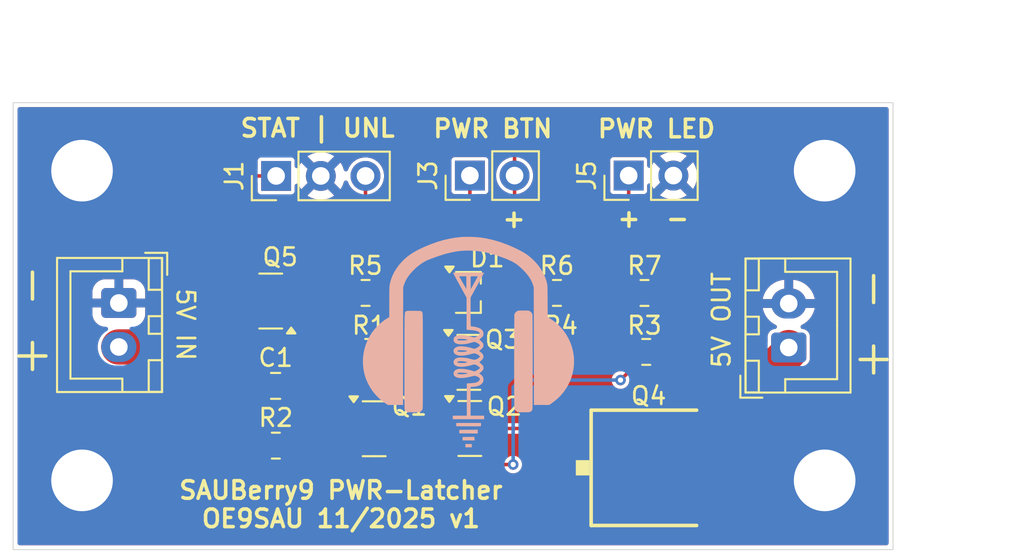
<source format=kicad_pcb>
(kicad_pcb (version 20241229) (generator "pcbnew") (generator_version "9.0")
  (layers (0 "F.Cu" signal) (2 "B.Cu" signal) (13 "F.Paste" user) (15 "B.Paste" user) (5 "F.SilkS" user "F.Silkscreen") (7 "B.SilkS" user "B.Silkscreen") (1 "F.Mask" user) (3 "B.Mask" user) (25 "Edge.Cuts" user))
  (net 0 "")
  (net 1 "Net-(Q1-G)")
  (net 2 "GND")
  (net 4 "STATUS")
  (net 5 "Net-(J2-Pin_1)")
  (net 6 "+5V")
  (net 7 "Net-(Q1-D)")
  (net 8 "Net-(Q2-D)")
  (net 9 "Net-(Q3-B)")
  (net 10 "Net-(Q5-B)")
  (net 11 "Net-(J3-Pin_1)")
  (net 12 "Net-(J5-Pin_1)")
  (net 13 "Net-(D1-K)")
  (net 14 "Net-(D1-A)")
  (footprint "Connector_PinHeader_2.54mm:PinHeader_1x02_P2.54mm_Vertical" (layer "F.Cu") (at 162.44 77.78 90)
    (property "Reference" "J3" (at 0 -2.38 90) (layer "F.SilkS"))
    (property "Value" "Conn_01x02_Pin" (hide yes))
    (pad "1" thru_hole rect (at 0 0 90) (size 1.7 1.7) (drill 1) (layers "*.Cu" "*.Mask") (net 11 "Net-(J3-Pin_1)"))
    (pad "2" thru_hole circle (at 0 2.54 90) (size 1.7 1.7) (drill 1) (layers "*.Cu" "*.Mask") (net 6 "+5V"))
  )
  (footprint "MountingHole:MountingHole_3.5mm_Pad" (layer "F.Cu") (at 140.4 77.5)
    (property "Reference" "H1" (hide yes))
    (property "Value" "MountingHole_Pad" (hide yes))
    (pad "1" thru_hole circle (at 0 0) (size 7 7) (drill 3.5) (layers "*.Cu" "*.Mask") (net 2 "GND"))
  )
  (footprint "Resistor_SMD:R_0805_2012Metric" (layer "F.Cu") (at 172.4619 87.8)
    (property "Reference" "R3" (at -0.0994 -1.5 0) (layer "F.SilkS"))
    (property "Value" "10K")
    (pad "1" smd roundrect (at -0.9125 0) (size 1.025 1.4) (layers "F.Cu" "F.Mask" "F.Paste") (roundrect_rratio 0.243902) (net 7 "Net-(Q1-D)"))
    (pad "2" smd roundrect (at 0.9125 0) (size 1.025 1.4) (layers "F.Cu" "F.Mask" "F.Paste") (roundrect_rratio 0.243902) (net 5 "Net-(J2-Pin_1)"))
  )
  (footprint "Resistor_SMD:R_0805_2012Metric" (layer "F.Cu") (at 156.5125 84.448)
    (property "Reference" "R5" (at -0.0145 -1.548 0) (layer "F.SilkS"))
    (property "Value" "10K")
    (pad "1" smd roundrect (at -0.9125 0) (size 1.025 1.4) (layers "F.Cu" "F.Mask" "F.Paste") (roundrect_rratio 0.243902) (net 10 "Net-(Q5-B)"))
    (pad "2" smd roundrect (at 0.9125 0) (size 1.025 1.4) (layers "F.Cu" "F.Mask" "F.Paste") (roundrect_rratio 0.243902) (net 11 "Net-(J3-Pin_1)"))
  )
  (footprint "Resistor_SMD:R_0805_2012Metric" (layer "F.Cu") (at 172.3625 84.45)
    (property "Reference" "R7" (at 0 -1.55 0) (layer "F.SilkS"))
    (property "Value" "0R")
    (pad "1" smd roundrect (at -0.9125 0) (size 1.025 1.4) (layers "F.Cu" "F.Mask" "F.Paste") (roundrect_rratio 0.243902) (net 12 "Net-(J5-Pin_1)"))
    (pad "2" smd roundrect (at 0.9125 0) (size 1.025 1.4) (layers "F.Cu" "F.Mask" "F.Paste") (roundrect_rratio 0.243902) (net 5 "Net-(J2-Pin_1)"))
  )
  (footprint "Connector_JST:JST_XH_B2B-XH-A_1x02_P2.50mm_Vertical" (layer "F.Cu") (at 142.49 85.02 -90)
    (property "Reference" "J4" (hide yes))
    (property "Value" "5V OUT")
    (pad "1" thru_hole roundrect (at 0 0 270) (size 1.7 2) (drill 1) (layers "*.Cu" "*.Mask") (roundrect_rratio 0.147059) (net 2 "GND"))
    (pad "2" thru_hole oval (at 2.5 0 270) (size 1.7 2) (drill 1) (layers "*.Cu" "*.Mask") (net 6 "+5V"))
  )
  (footprint "Resistor_SMD:R_0805_2012Metric" (layer "F.Cu") (at 167.3875 84.448)
    (property "Reference" "R6" (at 0 -1.548 0) (layer "F.SilkS"))
    (property "Value" "10K")
    (pad "1" smd roundrect (at -0.9125 0) (size 1.025 1.4) (layers "F.Cu" "F.Mask" "F.Paste") (roundrect_rratio 0.243902) (net 11 "Net-(J3-Pin_1)"))
    (pad "2" smd roundrect (at 0.9125 0) (size 1.025 1.4) (layers "F.Cu" "F.Mask" "F.Paste") (roundrect_rratio 0.243902) (net 9 "Net-(Q3-B)"))
  )
  (footprint "MountingHole:MountingHole_3.5mm_Pad" (layer "F.Cu") (at 182.6 77.5)
    (property "Reference" "H3" (hide yes))
    (property "Value" "MountingHole_Pad" (hide yes))
    (pad "1" thru_hole circle (at 0 0) (size 7 7) (drill 3.5) (layers "*.Cu" "*.Mask") (net 2 "GND"))
  )
  (footprint "Resistor_SMD:R_0805_2012Metric" (layer "F.Cu") (at 167.6397 87.8)
    (property "Reference" "R4" (at -0.0397 -1.5 0) (layer "F.SilkS"))
    (property "Value" "10K")
    (pad "1" smd roundrect (at -0.9125 0) (size 1.025 1.4) (layers "F.Cu" "F.Mask" "F.Paste") (roundrect_rratio 0.243902) (net 8 "Net-(Q2-D)"))
    (pad "2" smd roundrect (at 0.9125 0) (size 1.025 1.4) (layers "F.Cu" "F.Mask" "F.Paste") (roundrect_rratio 0.243902) (net 6 "+5V"))
  )
  (footprint "Package_TO_SOT_SMD:SOT-23" (layer "F.Cu") (at 156.9997 92.1664)
    (property "Reference" "Q1" (at 2.0003 -1.2664 0) (layer "F.SilkS"))
    (property "Value" "2N7002")
    (pad "1" smd roundrect (at -0.9375 -0.95) (size 1.475 0.6) (layers "F.Cu" "F.Mask" "F.Paste") (net 1 "Net-(Q1-G)"))
    (pad "2" smd roundrect (at -0.9375 0.95) (size 1.475 0.6) (layers "F.Cu" "F.Mask" "F.Paste") (net 2 "GND"))
    (pad "3" smd roundrect (at 0.9375 0) (size 1.475 0.6) (layers "F.Cu" "F.Mask" "F.Paste") (net 7 "Net-(Q1-D)"))
  )
  (footprint "AOD403:TO252" (layer "F.Cu") (at 171.49 94.3864 -90)
    (property "Reference" "Q4" (at -4.0864 -1.11 180) (layer "F.SilkS"))
    (property "Value" "AOD403")
    (pad "1" smd rect (at -2.28 4.8 270) (size 1 1.6) (layers "F.Cu" "F.Mask" "F.Paste") (net 8 "Net-(Q2-D)"))
    (pad "2" smd rect (at 0 -2.5 270) (size 5.4 6.2) (layers "F.Cu" "F.Mask" "F.Paste") (net 5 "Net-(J2-Pin_1)"))
    (pad "3" smd rect (at 2.28 4.8 270) (size 1 1.6) (layers "F.Cu" "F.Mask" "F.Paste") (net 6 "+5V"))
  )
  (footprint "MountingHole:MountingHole_3.5mm_Pad" (layer "F.Cu") (at 140.4 95.1)
    (property "Reference" "H2" (hide yes))
    (property "Value" "MountingHole_Pad" (hide yes))
    (pad "1" thru_hole circle (at 0 0) (size 7 7) (drill 3.5) (layers "*.Cu" "*.Mask") (net 2 "GND"))
  )
  (footprint "Package_TO_SOT_SMD:SOT-323_SC-70" (layer "F.Cu") (at 162.33 84.42)
    (property "Reference" "D1" (at 1.1 -1.948 0) (layer "F.SilkS"))
    (property "Value" "BAT54W")
    (pad "1" smd roundrect (at -1 -0.65 270) (size 0.45 0.7) (layers "F.Cu" "F.Mask" "F.Paste") (net 14 "Net-(D1-A)"))
    (pad "2" smd roundrect (at -1 0.65 270) (size 0.45 0.7) (layers "F.Cu" "F.Mask" "F.Paste"))
    (pad "3" smd roundrect (at 1 0 270) (size 0.45 0.7) (layers "F.Cu" "F.Mask" "F.Paste") (net 13 "Net-(D1-K)"))
  )
  (footprint "Capacitor_SMD:C_0805_2012Metric" (layer "F.Cu") (at 151.4 89.73 180)
    (property "Reference" "C1" (at 0 1.6 0) (layer "F.SilkS"))
    (property "Value" "22uF")
    (pad "1" smd roundrect (at -0.95 0 180) (size 1 1.45) (layers "F.Cu" "F.Mask" "F.Paste") (net 1 "Net-(Q1-G)"))
    (pad "2" smd roundrect (at 0.95 0 180) (size 1 1.45) (layers "F.Cu" "F.Mask" "F.Paste") (net 2 "GND"))
  )
  (footprint "Package_TO_SOT_SMD:SOT-23" (layer "F.Cu") (at 162.3815 88.3944)
    (property "Reference" "Q3" (at 1.9185 -1.2944 0) (layer "F.SilkS"))
    (property "Value" "MMBT3904")
    (pad "1" smd roundrect (at -0.9375 -0.95) (size 1.475 0.6) (layers "F.Cu" "F.Mask" "F.Paste") (net 9 "Net-(Q3-B)"))
    (pad "2" smd roundrect (at -0.9375 0.95) (size 1.475 0.6) (layers "F.Cu" "F.Mask" "F.Paste") (net 2 "GND"))
    (pad "3" smd roundrect (at 0.9375 0) (size 1.475 0.6) (layers "F.Cu" "F.Mask" "F.Paste") (net 8 "Net-(Q2-D)"))
  )
  (footprint "Connector_JST:JST_XH_B2B-XH-A_1x02_P2.50mm_Vertical" (layer "F.Cu") (at 180.56 87.55 90)
    (property "Reference" "J2" (hide yes))
    (property "Value" "5V OUT")
    (pad "1" thru_hole roundrect (at 0 0 90) (size 1.7 2) (drill 1) (layers "*.Cu" "*.Mask") (roundrect_rratio 0.147059) (net 5 "Net-(J2-Pin_1)"))
    (pad "2" thru_hole oval (at 2.5 0 90) (size 1.7 2) (drill 1) (layers "*.Cu" "*.Mask") (net 2 "GND"))
  )
  (footprint "Package_TO_SOT_SMD:SOT-23" (layer "F.Cu") (at 162.4353 92.1512)
    (property "Reference" "Q2" (at 1.9647 -1.2512 0) (layer "F.SilkS"))
    (property "Value" "2N7002" (hide yes))
    (pad "1" smd roundrect (at -0.9375 -0.95) (size 1.475 0.6) (layers "F.Cu" "F.Mask" "F.Paste") (net 7 "Net-(Q1-D)"))
    (pad "2" smd roundrect (at -0.9375 0.95) (size 1.475 0.6) (layers "F.Cu" "F.Mask" "F.Paste") (net 2 "GND"))
    (pad "3" smd roundrect (at 0.9375 0) (size 1.475 0.6) (layers "F.Cu" "F.Mask" "F.Paste") (net 8 "Net-(Q2-D)"))
  )
  (footprint "Connector_PinHeader_2.54mm:PinHeader_1x03_P2.54mm_Vertical" (layer "F.Cu") (at 151.4292 77.8 90)
    (property "Reference" "J1" (at 0 -2.38 90) (layer "F.SilkS"))
    (property "Value" "I/O")
    (pad "1" thru_hole rect (at 0 0 90) (size 1.7 1.7) (drill 1) (layers "*.Cu" "*.Mask") (net 4 "STATUS"))
    (pad "2" thru_hole circle (at 0 2.54 90) (size 1.7 1.7) (drill 1) (layers "*.Cu" "*.Mask") (net 2 "GND"))
    (pad "3" thru_hole circle (at 0 5.08 90) (size 1.7 1.7) (drill 1) (layers "*.Cu" "*.Mask") (net 14 "Net-(D1-A)"))
  )
  (footprint "MountingHole:MountingHole_3.5mm_Pad" (layer "F.Cu") (at 182.6 95.1)
    (property "Reference" "H4" (hide yes))
    (property "Value" "MountingHole_Pad" (hide yes))
    (pad "1" thru_hole circle (at 0 0) (size 7 7) (drill 3.5) (layers "*.Cu" "*.Mask") (net 2 "GND"))
  )
  (footprint "Connector_PinHeader_2.54mm:PinHeader_1x02_P2.54mm_Vertical" (layer "F.Cu") (at 171.465 77.78 90)
    (property "Reference" "J5" (at 0 -2.38 90) (layer "F.SilkS"))
    (property "Value" "PWR LED" (hide yes))
    (pad "1" thru_hole rect (at 0 0 90) (size 1.7 1.7) (drill 1) (layers "*.Cu" "*.Mask") (net 12 "Net-(J5-Pin_1)"))
    (pad "2" thru_hole circle (at 0 2.54 90) (size 1.7 1.7) (drill 1) (layers "*.Cu" "*.Mask") (net 2 "GND"))
  )
  (footprint "Package_TO_SOT_SMD:SOT-23" (layer "F.Cu") (at 151.1225 84.91 180)
    (property "Reference" "Q5" (at -0.5375 2.5 0) (layer "F.SilkS"))
    (property "Value" "MMBT3904" (hide yes))
    (pad "1" smd roundrect (at -0.9375 -0.95 180) (size 1.475 0.6) (layers "F.Cu" "F.Mask" "F.Paste") (net 10 "Net-(Q5-B)"))
    (pad "2" smd roundrect (at -0.9375 0.95 180) (size 1.475 0.6) (layers "F.Cu" "F.Mask" "F.Paste") (net 2 "GND"))
    (pad "3" smd roundrect (at 0.9375 0 180) (size 1.475 0.6) (layers "F.Cu" "F.Mask" "F.Paste") (net 4 "STATUS"))
  )
  (footprint "Resistor_SMD:R_0805_2012Metric" (layer "F.Cu") (at 151.4124 93.126)
    (property "Reference" "R2" (at 0 -1.586 0) (layer "F.SilkS"))
    (property "Value" "100K")
    (pad "1" smd roundrect (at -0.9125 0) (size 1.025 1.4) (layers "F.Cu" "F.Mask" "F.Paste") (roundrect_rratio 0.243902) (net 2 "GND"))
    (pad "2" smd roundrect (at 0.9125 0) (size 1.025 1.4) (layers "F.Cu" "F.Mask" "F.Paste") (roundrect_rratio 0.243902) (net 1 "Net-(Q1-G)"))
  )
  (footprint "Resistor_SMD:R_0805_2012Metric" (layer "F.Cu") (at 156.7215 87.8)
    (property "Reference" "R1" (at 0 -1.5 0) (layer "F.SilkS"))
    (property "Value" "220R")
    (pad "1" smd roundrect (at -0.9125 0) (size 1.025 1.4) (layers "F.Cu" "F.Mask" "F.Paste") (roundrect_rratio 0.243902) (net 1 "Net-(Q1-G)"))
    (pad "2" smd roundrect (at 0.9125 0) (size 1.025 1.4) (layers "F.Cu" "F.Mask" "F.Paste") (roundrect_rratio 0.243902) (net 13 "Net-(D1-K)"))
  )
  (footprint "LOGO" (layer "B.Cu") (at 162.36 87.24 180)
    (property "Reference" "g1" (hide yes))
    (property "Value" "LOGO" (hide yes))
  )
  (gr_rect (start 136.4868 73.6372) (end 186.4868 99.0372) (stroke (width 0.05)) (fill no) (layer "Edge.Cuts"))
  (gr_text "PWR LED" (at 169.6054 75.7072 0) (layer "F.SilkS") (effects (font (size 1 1) (thickness 0.2) (bold yes)) (justify left bottom)))
  (gr_text "STAT | UNL" (at 149.3 75.6664 0) (layer "F.SilkS") (effects (font (size 1 1) (thickness 0.2) (bold yes)) (justify left bottom)))
  (gr_text "5V IN" (at 145.7 84.1 270) (layer "F.SilkS") (effects (font (size 1 1)) (justify left bottom)))
  (gr_text "PWR BTN\n" (at 160.2556 75.6972 0) (layer "F.SilkS") (effects (font (size 1 1) (thickness 0.2) (bold yes)) (justify left bottom)))
  (gr_text "+ -" (at 138.6 89.4 90) (layer "F.SilkS") (effects (font (size 2 2) (thickness 0.2) (bold yes)) (justify left bottom)))
  (gr_text "SAUBerry9 PWR-Latcher\nOE9SAU 11/2025 v1" (at 155.11 97.86 0) (layer "F.SilkS") (effects (font (size 1 1) (thickness 0.2) (bold yes)) (justify bottom)))
  (gr_text "+ -" (at 186.4 89.6 90) (layer "F.SilkS") (effects (font (size 2 2) (thickness 0.2) (bold yes)) (justify left bottom)))
  (gr_text "+  -" (at 170.73 80.79 0) (layer "F.SilkS") (effects (font (size 1 1) (thickness 0.2) (bold yes)) (justify left bottom)))
  (gr_text "5V OUT" (at 177.32 88.8 90) (layer "F.SilkS") (effects (font (size 1 1)) (justify left bottom)))
  (gr_text "+" (at 165.7 79.78 180) (layer "F.SilkS") (effects (font (size 1 1) (thickness 0.2) (bold yes)) (justify left bottom)))
  (segment (start 156.0622 91.2164) (end 154.5236 91.2164) (width 0.2) (layer "F.Cu") (net 1))
  (segment (start 152.35 93.1009) (end 152.3249 93.126) (width 0.2) (layer "F.Cu") (net 1))
  (segment (start 154.5236 91.2164) (end 154.21 91.53) (width 0.2) (layer "F.Cu") (net 1))
  (segment (start 155.809 90.9632) (end 155.809 87.8) (width 0.2) (layer "F.Cu") (net 1))
  (segment (start 156.0622 91.2164) (end 155.809 90.9632) (width 0.2) (layer "F.Cu") (net 1))
  (segment (start 152.35 89.73) (end 152.35 93.1009) (width 0.2) (layer "F.Cu") (net 1))
  (segment (start 154.21 92.77) (end 153.854 93.126) (width 0.2) (layer "F.Cu") (net 1))
  (segment (start 152.43 93.0209) (end 152.3249 93.126) (width 0.2) (layer "F.Cu") (net 1))
  (segment (start 154.21 91.53) (end 154.21 92.77) (width 0.2) (layer "F.Cu") (net 1))
  (segment (start 153.854 93.126) (end 152.3249 93.126) (width 0.2) (layer "F.Cu") (net 1))
  (segment (start 149.01 84.91) (end 150.185 84.91) (width 0.2) (layer "F.Cu") (net 4))
  (segment (start 148.97 77.8) (end 148.67 78.1) (width 0.2) (layer "F.Cu") (net 4))
  (segment (start 151.4292 77.8) (end 148.97 77.8) (width 0.2) (layer "F.Cu") (net 4))
  (segment (start 148.67 84.57) (end 149.01 84.91) (width 0.2) (layer "F.Cu") (net 4))
  (segment (start 148.67 78.1) (end 148.67 84.57) (width 0.2) (layer "F.Cu") (net 4))
  (segment (start 173.3744 87.8) (end 173.3744 84.5494) (width 0.2) (layer "F.Cu") (net 5))
  (segment (start 173.3744 84.5494) (end 173.275 84.45) (width 0.2) (layer "F.Cu") (net 5))
  (segment (start 180.56 87.8164) (end 173.99 94.3864) (width 2) (layer "F.Cu") (net 5))
  (segment (start 173.3744 87.8) (end 173.3744 93.7708) (width 0.2) (layer "F.Cu") (net 5))
  (segment (start 173.3744 93.7708) (end 173.9518 94.3482) (width 0.2) (layer "F.Cu") (net 5))
  (segment (start 180.56 87.55) (end 180.56 87.8164) (width 2) (layer "F.Cu") (net 5))
  (segment (start 173.9518 94.3482) (end 173.99 94.3864) (width 0.2) (layer "F.Cu") (net 5))
  (segment (start 148.3664 96.6664) (end 166.69 96.6664) (width 2) (layer "F.Cu") (net 6))
  (segment (start 169.56 87.8) (end 168.5522 87.8) (width 0.2) (layer "F.Cu") (net 6))
  (segment (start 147.4 95.7) (end 148.3664 96.6664) (width 2) (layer "F.Cu") (net 6))
  (segment (start 146.15 75.72) (end 146.15 86.99) (width 0.2) (layer "F.Cu") (net 6))
  (segment (start 164.98 75.71) (end 164.76 75.49) (width 0.2) (layer "F.Cu") (net 6))
  (segment (start 145.62 87.52) (end 147.4 89.3) (width 2) (layer "F.Cu") (net 6))
  (segment (start 142.49 87.52) (end 145.38 87.52) (width 2) (layer "F.Cu") (net 6))
  (segment (start 146.38 75.49) (end 146.15 75.72) (width 0.2) (layer "F.Cu") (net 6))
  (segment (start 146.15 86.99) (end 145.62 87.52) (width 0.2) (layer "F.Cu") (net 6))
  (segment (start 169.8 87.56) (end 169.56 87.8) (width 0.2) (layer "F.Cu") (net 6))
  (segment (start 164.98 77.78) (end 164.98 82.63) (width 0.2) (layer "F.Cu") (net 6))
  (segment (start 165.15 82.8) (end 169.48 82.8) (width 0.2) (layer "F.Cu") (net 6))
  (segment (start 169.48 82.8) (end 169.8 83.12) (width 0.2) (layer "F.Cu") (net 6))
  (segment (start 164.98 77.78) (end 164.98 75.71) (width 0.2) (layer "F.Cu") (net 6))
  (segment (start 169.8 83.12) (end 169.8 87.56) (width 0.2) (layer "F.Cu") (net 6))
  (segment (start 164.76 75.49) (end 146.38 75.49) (width 0.2) (layer "F.Cu") (net 6))
  (segment (start 147.4 89.3) (end 147.4 95.7) (width 2) (layer "F.Cu") (net 6))
  (segment (start 142.49 87.52) (end 145.62 87.52) (width 2) (layer "F.Cu") (net 6))
  (segment (start 164.98 82.63) (end 165.15 82.8) (width 0.2) (layer "F.Cu") (net 6))
  (segment (start 160.1 92.5) (end 160.1 93.9) (width 0.2) (layer "F.Cu") (net 7))
  (segment (start 158.9024 91.2012) (end 157.9372 92.1664) (width 0.2) (layer "F.Cu") (net 7))
  (segment (start 161.2 92.2) (end 160.4 92.2) (width 0.2) (layer "F.Cu") (net 7))
  (segment (start 161.4978 91.2012) (end 161.4978 91.9022) (width 0.2) (layer "F.Cu") (net 7))
  (segment (start 161.4978 91.9022) (end 161.2 92.2) (width 0.2) (layer "F.Cu") (net 7))
  (segment (start 161.4978 91.2012) (end 158.9024 91.2012) (width 0.2) (layer "F.Cu") (net 7))
  (segment (start 160.4 92.2) (end 160.1 92.5) (width 0.2) (layer "F.Cu") (net 7))
  (segment (start 160.4 94.2) (end 164.9 94.2) (width 0.2) (layer "F.Cu") (net 7))
  (segment (start 171.5494 88.8506) (end 171 89.4) (width 0.2) (layer "F.Cu") (net 7))
  (segment (start 171.5494 87.8) (end 171.5494 88.8506) (width 0.2) (layer "F.Cu") (net 7))
  (segment (start 160.1 93.9) (end 160.4 94.2) (width 0.2) (layer "F.Cu") (net 7))
  (via (at 164.9 94.2) (size 0.6) (drill 0.3) (layers "F.Cu" "B.Cu") (net 7))
  (via (at 171 89.4) (size 0.6) (drill 0.3) (layers "F.Cu" "B.Cu") (net 7))
  (segment (start 164.9 94.2) (end 164.9 89.8) (width 0.2) (layer "B.Cu") (net 7))
  (segment (start 164.9 89.8) (end 165.1 89.6) (width 0.2) (layer "B.Cu") (net 7))
  (segment (start 165.3 89.4) (end 171 89.4) (width 0.2) (layer "B.Cu") (net 7))
  (segment (start 165.1 89.6) (end 165.3 89.4) (width 0.2) (layer "B.Cu") (net 7))
  (segment (start 163.319 88.3944) (end 163.319 92.0974) (width 0.2) (layer "F.Cu") (net 8))
  (segment (start 164.9056 88.3944) (end 165.5 87.8) (width 0.2) (layer "F.Cu") (net 8))
  (segment (start 166.69 92.1064) (end 166.6452 92.1512) (width 0.2) (layer "F.Cu") (net 8))
  (segment (start 163.319 88.3944) (end 164.9056 88.3944) (width 0.2) (layer "F.Cu") (net 8))
  (segment (start 163.319 92.0974) (end 163.3728 92.1512) (width 0.2) (layer "F.Cu") (net 8))
  (segment (start 166.6452 92.1512) (end 163.3728 92.1512) (width 0.2) (layer "F.Cu") (net 8))
  (segment (start 165.5 87.8) (end 166.7272 87.8) (width 0.2) (layer "F.Cu") (net 8))
  (segment (start 161.444 87.4444) (end 162.8556 87.4444) (width 0.2) (layer "F.Cu") (net 9))
  (segment (start 162.8556 87.4444) (end 164.11 86.19) (width 0.2) (layer "F.Cu") (net 9))
  (segment (start 167.91 86.19) (end 168.3 85.8) (width 0.2) (layer "F.Cu") (net 9))
  (segment (start 168.3 85.8) (end 168.3 84.448) (width 0.2) (layer "F.Cu") (net 9))
  (segment (start 164.11 86.19) (end 167.91 86.19) (width 0.2) (layer "F.Cu") (net 9))
  (segment (start 154.282 84.448) (end 155.6 84.448) (width 0.2) (layer "F.Cu") (net 10))
  (segment (start 153.79 85.86) (end 154.05 85.6) (width 0.2) (layer "F.Cu") (net 10))
  (segment (start 154.05 85.6) (end 154.05 84.68) (width 0.2) (layer "F.Cu") (net 10))
  (segment (start 155.598 84.45) (end 155.6 84.448) (width 0.2) (layer "F.Cu") (net 10))
  (segment (start 152.06 85.86) (end 153.79 85.86) (width 0.2) (layer "F.Cu") (net 10))
  (segment (start 154.05 84.68) (end 154.282 84.448) (width 0.2) (layer "F.Cu") (net 10))
  (segment (start 165.597 83.57) (end 166.475 84.448) (width 0.2) (layer "F.Cu") (net 11))
  (segment (start 162.46 83.57) (end 165.597 83.57) (width 0.2) (layer "F.Cu") (net 11))
  (segment (start 162.46 83.57) (end 162.46 84.03) (width 0.2) (layer "F.Cu") (net 11))
  (segment (start 162.44 83.55) (end 162.44 77.78) (width 0.2) (layer "F.Cu") (net 11))
  (segment (start 162.042 84.448) (end 157.425 84.448) (width 0.2) (layer "F.Cu") (net 11))
  (segment (start 162.46 84.03) (end 162.042 84.448) (width 0.2) (layer "F.Cu") (net 11))
  (segment (start 157.425 84.448) (end 157.573 84.3) (width 0.2) (layer "F.Cu") (net 11))
  (segment (start 162.44 83.55) (end 162.46 83.57) (width 0.2) (layer "F.Cu") (net 11))
  (segment (start 171.465 77.78) (end 171.465 84.435) (width 0.2) (layer "F.Cu") (net 12))
  (segment (start 171.465 84.435) (end 171.45 84.45) (width 0.2) (layer "F.Cu") (net 12))
  (segment (start 157.634 86.266) (end 157.634 87.8) (width 0.2) (layer "F.Cu") (net 13))
  (segment (start 163.33 85.8) (end 163.18 85.95) (width 0.2) (layer "F.Cu") (net 13))
  (segment (start 163.33 84.42) (end 163.33 85.8) (width 0.2) (layer "F.Cu") (net 13))
  (segment (start 163.18 85.95) (end 157.95 85.95) (width 0.2) (layer "F.Cu") (net 13))
  (segment (start 157.95 85.95) (end 157.634 86.266) (width 0.2) (layer "F.Cu") (net 13))
  (segment (start 161.33 83.77) (end 158.96 83.77) (width 0.2) (layer "F.Cu") (net 14))
  (segment (start 158.79 82.87) (end 158.61 82.69) (width 0.2) (layer "F.Cu") (net 14))
  (segment (start 156.78 82.69) (end 156.5092 82.4192) (width 0.2) (layer "F.Cu") (net 14))
  (segment (start 158.79 83.6) (end 158.79 82.87) (width 0.2) (layer "F.Cu") (net 14))
  (segment (start 156.5092 82.4192) (end 156.5092 77.8) (width 0.2) (layer "F.Cu") (net 14))
  (segment (start 158.96 83.77) (end 158.79 83.6) (width 0.2) (layer "F.Cu") (net 14))
  (segment (start 158.61 82.69) (end 156.78 82.69) (width 0.2) (layer "F.Cu") (net 14))
  (zone (net 2) (net_name "GND") (layer "F.Cu") (connect_pads (clearance 0.1)) (min_thickness 0.25) (fill yes (thermal_gap 0.5) (thermal_bridge_width 0.5))
    (polygon (pts (xy 135.744853 73.08428) (xy 135.7884 99.5172) (xy 186.8424 99.4156) (xy 186.798865 73.03348)))
  )
  (zone (net 2) (net_name "GND") (layer "B.Cu") (connect_pads (clearance 0.1)) (min_thickness 0.25) (fill yes (thermal_gap 0.5) (thermal_bridge_width 0.5))
    (polygon (pts (xy 135.737911 73.086183) (xy 135.781454 99.517211) (xy 186.835454 99.415611) (xy 186.791922 73.035383)))
  )
)
</source>
